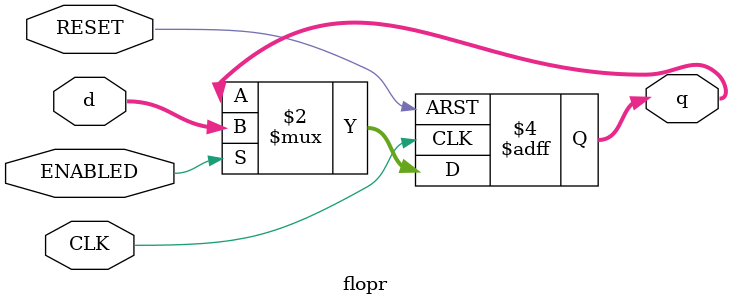
<source format=sv>
`timescale 1ns / 1ps

module flopr #(parameter WIDTH = 8)
(input logic CLK, RESET,ENABLED,
input logic [WIDTH-1:0] d,
output logic [WIDTH-1:0] q);
always_ff @(posedge CLK, posedge RESET)
if (RESET) q <= 0;
else if(ENABLED) q <= d;
endmodule
</source>
